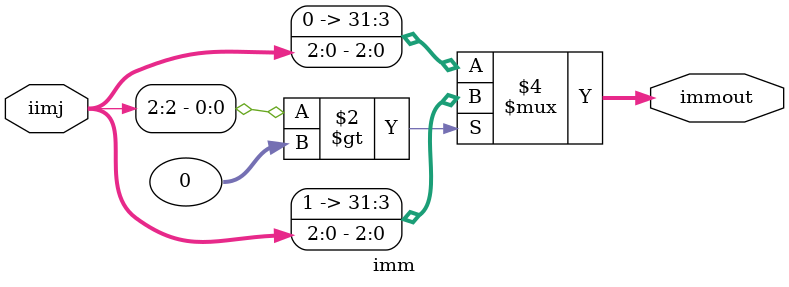
<source format=v>
`timescale 1ns / 1ps


module imm(
    input [2:0] iimj,
    output reg[31:0] immout
    );
always@(*)
    begin
    if(iimj[2]>0) begin immout={36'b11111111_11111111_11111111_11111111_1111,iimj[2:0]}; end
    else begin immout<={36'b0,iimj[2:0]}; end
    end
endmodule

</source>
